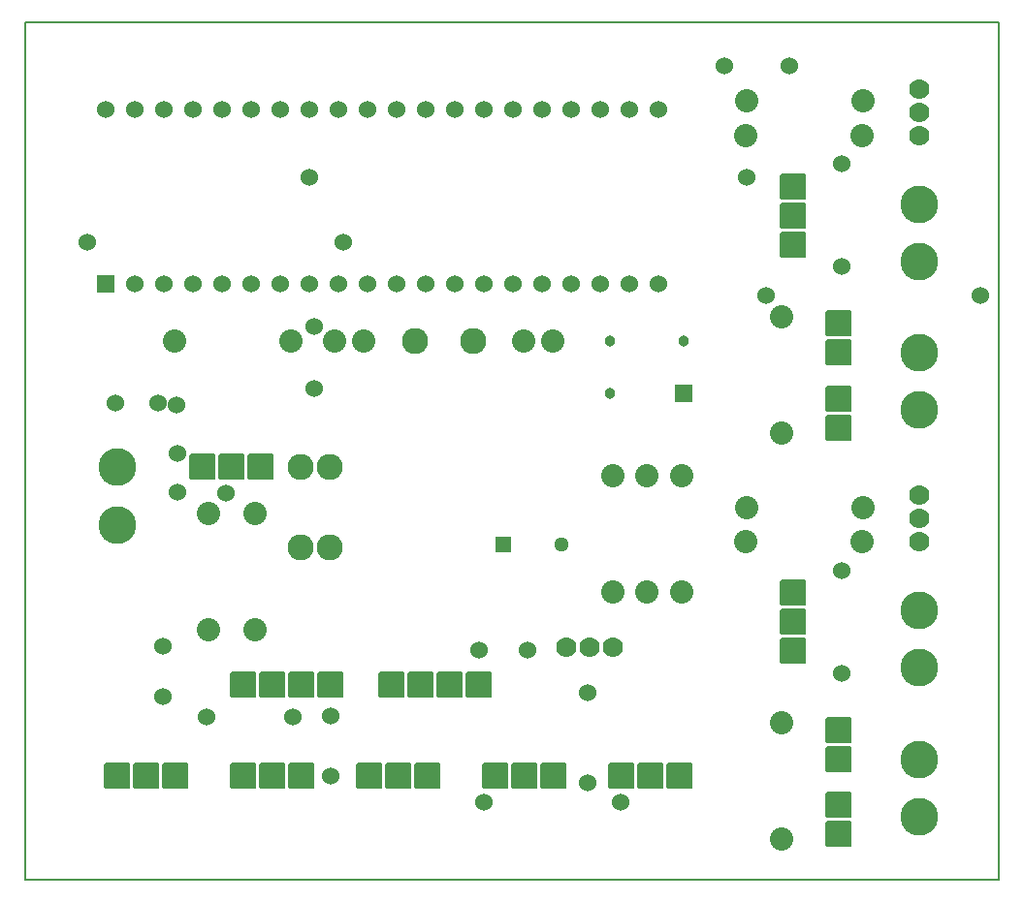
<source format=gbr>
G04 PROTEUS RS274X GERBER FILE*
%FSLAX45Y45*%
%MOMM*%
G01*
%ADD16C,1.524000*%
%AMPPAD018*
4,1,36,
-1.016000,1.143000,
1.016000,1.143000,
1.041970,1.140470,
1.065980,1.133200,
1.087580,1.121650,
1.106290,1.106290,
1.121650,1.087570,
1.133200,1.065980,
1.140470,1.041970,
1.143000,1.016000,
1.143000,-1.016000,
1.140470,-1.041970,
1.133200,-1.065980,
1.121650,-1.087570,
1.106290,-1.106290,
1.087580,-1.121650,
1.065980,-1.133200,
1.041970,-1.140470,
1.016000,-1.143000,
-1.016000,-1.143000,
-1.041970,-1.140470,
-1.065980,-1.133200,
-1.087580,-1.121650,
-1.106290,-1.106290,
-1.121650,-1.087570,
-1.133200,-1.065980,
-1.140470,-1.041970,
-1.143000,-1.016000,
-1.143000,1.016000,
-1.140470,1.041970,
-1.133200,1.065980,
-1.121650,1.087570,
-1.106290,1.106290,
-1.087580,1.121650,
-1.065980,1.133200,
-1.041970,1.140470,
-1.016000,1.143000,
0*%
%ADD26PPAD018*%
%ADD27C,2.286000*%
%ADD28C,3.302000*%
%ADD13C,2.032000*%
%AMPPAD021*
4,1,36,
1.143000,1.016000,
1.143000,-1.016000,
1.140470,-1.041970,
1.133200,-1.065980,
1.121650,-1.087580,
1.106290,-1.106290,
1.087570,-1.121650,
1.065980,-1.133200,
1.041970,-1.140470,
1.016000,-1.143000,
-1.016000,-1.143000,
-1.041970,-1.140470,
-1.065980,-1.133200,
-1.087570,-1.121650,
-1.106290,-1.106290,
-1.121650,-1.087580,
-1.133200,-1.065980,
-1.140470,-1.041970,
-1.143000,-1.016000,
-1.143000,1.016000,
-1.140470,1.041970,
-1.133200,1.065980,
-1.121650,1.087580,
-1.106290,1.106290,
-1.087570,1.121650,
-1.065980,1.133200,
-1.041970,1.140470,
-1.016000,1.143000,
1.016000,1.143000,
1.041970,1.140470,
1.065980,1.133200,
1.087570,1.121650,
1.106290,1.106290,
1.121650,1.087580,
1.133200,1.065980,
1.140470,1.041970,
1.143000,1.016000,
0*%
%ADD29PPAD021*%
%ADD15C,1.778000*%
%AMPPAD022*
4,1,4,
-0.640000,0.640000,
0.640000,0.640000,
0.640000,-0.640000,
-0.640000,-0.640000,
-0.640000,0.640000,
0*%
%ADD72PPAD022*%
%ADD19C,1.280000*%
%AMPPAD023*
4,1,36,
-0.635000,0.762000,
0.635000,0.762000,
0.660970,0.759470,
0.684980,0.752200,
0.706580,0.740650,
0.725290,0.725290,
0.740650,0.706570,
0.752200,0.684980,
0.759470,0.660970,
0.762000,0.635000,
0.762000,-0.635000,
0.759470,-0.660970,
0.752200,-0.684980,
0.740650,-0.706570,
0.725290,-0.725290,
0.706580,-0.740650,
0.684980,-0.752200,
0.660970,-0.759470,
0.635000,-0.762000,
-0.635000,-0.762000,
-0.660970,-0.759470,
-0.684980,-0.752200,
-0.706580,-0.740650,
-0.725290,-0.725290,
-0.740650,-0.706570,
-0.752200,-0.684980,
-0.759470,-0.660970,
-0.762000,-0.635000,
-0.762000,0.635000,
-0.759470,0.660970,
-0.752200,0.684980,
-0.740650,0.706570,
-0.725290,0.725290,
-0.706580,0.740650,
-0.684980,0.752200,
-0.660970,0.759470,
-0.635000,0.762000,
0*%
%ADD73PPAD023*%
%AMPPAD024*
4,1,4,
0.750000,-0.750000,
-0.750000,-0.750000,
-0.750000,0.750000,
0.750000,0.750000,
0.750000,-0.750000,
0*%
%ADD30PPAD024*%
%ADD31C,0.965200*%
%ADD21C,0.203200*%
D16*
X+6210000Y+7185900D03*
X+6780728Y+7180550D03*
X+7236883Y+6326117D03*
X+7239650Y+5429647D03*
X+6573730Y+5178961D03*
X+8442786Y+5178961D03*
X+6408657Y+6211999D03*
X+2585345Y+6212000D03*
X+2633682Y+4907280D03*
X+2633682Y+4365271D03*
X+1857868Y+3451299D03*
X+1432763Y+3456613D03*
X+1432763Y+3802010D03*
X+1427449Y+4221801D03*
X+1268035Y+4237741D03*
X+896069Y+4237741D03*
X+650000Y+5645900D03*
X+2883432Y+5645900D03*
X+4072000Y+2075900D03*
X+4493033Y+2080147D03*
X+2772950Y+1500973D03*
X+2442645Y+1495901D03*
X+2772950Y+977621D03*
X+4112731Y+747345D03*
X+5305973Y+747344D03*
X+5019874Y+918306D03*
X+5016385Y+1706822D03*
X+7239650Y+1880252D03*
X+7236883Y+2776722D03*
X+1690442Y+1495901D03*
X+1310000Y+1675900D03*
X+1310000Y+2117342D03*
D26*
X+1656000Y+3675900D03*
X+1910000Y+3675900D03*
X+2164000Y+3675900D03*
D27*
X+2510000Y+3675900D03*
X+2764000Y+3675900D03*
X+2510000Y+2975900D03*
X+2764000Y+2975900D03*
D28*
X+910000Y+3675900D03*
X+910000Y+3175520D03*
D13*
X+1710000Y+2259900D03*
X+1710000Y+3275900D03*
X+2110000Y+3275900D03*
X+2110000Y+2259900D03*
D29*
X+6810000Y+6129900D03*
X+6810000Y+5875900D03*
X+6810000Y+5621900D03*
D15*
X+7910000Y+6982300D03*
X+7910000Y+6779100D03*
X+7910000Y+6575900D03*
D13*
X+7410000Y+6575900D03*
X+6394000Y+6575900D03*
X+7426000Y+6875900D03*
X+6410000Y+6875900D03*
X+6710000Y+4991900D03*
X+6710000Y+3975900D03*
D29*
X+7210000Y+4021900D03*
X+7210000Y+4275900D03*
D28*
X+7910000Y+4675900D03*
X+7910000Y+4175520D03*
X+7910000Y+5475520D03*
X+7910000Y+5975900D03*
D29*
X+7210000Y+4675900D03*
X+7210000Y+4929900D03*
X+6810000Y+2580505D03*
X+6810000Y+2326505D03*
X+6810000Y+2072505D03*
D15*
X+7910000Y+3432905D03*
X+7910000Y+3229705D03*
X+7910000Y+3026505D03*
D13*
X+7410000Y+3026505D03*
X+6394000Y+3026505D03*
X+7426000Y+3326505D03*
X+6410000Y+3326505D03*
X+6710000Y+1442505D03*
X+6710000Y+426505D03*
D29*
X+7210000Y+472505D03*
X+7210000Y+726505D03*
D28*
X+7910000Y+1126505D03*
X+7910000Y+626125D03*
X+7910000Y+1926125D03*
X+7910000Y+2426505D03*
D29*
X+7210000Y+1126505D03*
X+7210000Y+1380505D03*
D15*
X+4831800Y+2100900D03*
X+5035000Y+2100900D03*
X+5238200Y+2100900D03*
D72*
X+4285000Y+3000900D03*
D19*
X+4785000Y+3000900D03*
D13*
X+5235000Y+2584900D03*
X+5235000Y+3600900D03*
X+5535000Y+3600900D03*
X+5535000Y+2584900D03*
X+5835000Y+3600900D03*
X+5835000Y+2584900D03*
D73*
X+810000Y+5275900D03*
D16*
X+1064000Y+5275900D03*
X+1318000Y+5275900D03*
X+1572000Y+5275900D03*
X+1826000Y+5275900D03*
X+2080000Y+5275900D03*
X+2334000Y+5275900D03*
X+2588000Y+5275900D03*
X+2842000Y+5275900D03*
X+3096000Y+5275900D03*
X+3350000Y+5275900D03*
X+3604000Y+5275900D03*
X+3858000Y+5275900D03*
X+4112000Y+5275900D03*
X+4366000Y+5275900D03*
X+4620000Y+5275900D03*
X+4874000Y+5275900D03*
X+5128000Y+5275900D03*
X+5382000Y+5275900D03*
X+5636000Y+5275900D03*
X+5636000Y+6799900D03*
X+5382000Y+6799900D03*
X+5128000Y+6799900D03*
X+4874000Y+6799900D03*
X+4620000Y+6799900D03*
X+4366000Y+6799900D03*
X+4112000Y+6799900D03*
X+3858000Y+6799900D03*
X+3604000Y+6799900D03*
X+3350000Y+6799900D03*
X+3096000Y+6799900D03*
X+2842000Y+6799900D03*
X+2588000Y+6799900D03*
X+2334000Y+6799900D03*
X+2080000Y+6799900D03*
X+1826000Y+6799900D03*
X+1572000Y+6799900D03*
X+1318000Y+6799900D03*
X+1064000Y+6799900D03*
X+810000Y+6799900D03*
D27*
X+4018000Y+4775900D03*
X+3510000Y+4775900D03*
D13*
X+4456000Y+4775900D03*
X+4710000Y+4775900D03*
X+3064000Y+4775900D03*
X+2810000Y+4775900D03*
X+2426000Y+4775900D03*
X+1410000Y+4775900D03*
D30*
X+5860000Y+4325900D03*
D31*
X+5210000Y+4325900D03*
X+5860000Y+4775900D03*
X+5210000Y+4775900D03*
D26*
X+5310000Y+975900D03*
X+5564000Y+975900D03*
X+5818000Y+975900D03*
X+4210000Y+975900D03*
X+4464000Y+975900D03*
X+4718000Y+975900D03*
X+3110000Y+975900D03*
X+3364000Y+975900D03*
X+3618000Y+975900D03*
X+2010000Y+975900D03*
X+2264000Y+975900D03*
X+2518000Y+975900D03*
X+910000Y+975900D03*
X+1164000Y+975900D03*
X+1418000Y+975900D03*
X+2010000Y+1775900D03*
X+2264000Y+1775900D03*
X+2518000Y+1775900D03*
X+2772000Y+1775900D03*
X+3310000Y+1775900D03*
X+3564000Y+1775900D03*
X+3818000Y+1775900D03*
X+4072000Y+1775900D03*
D21*
X+110000Y+75900D02*
X+8610000Y+75900D01*
X+8610000Y+7565900D01*
X+110000Y+7565900D01*
X+110000Y+75900D01*
M02*

</source>
